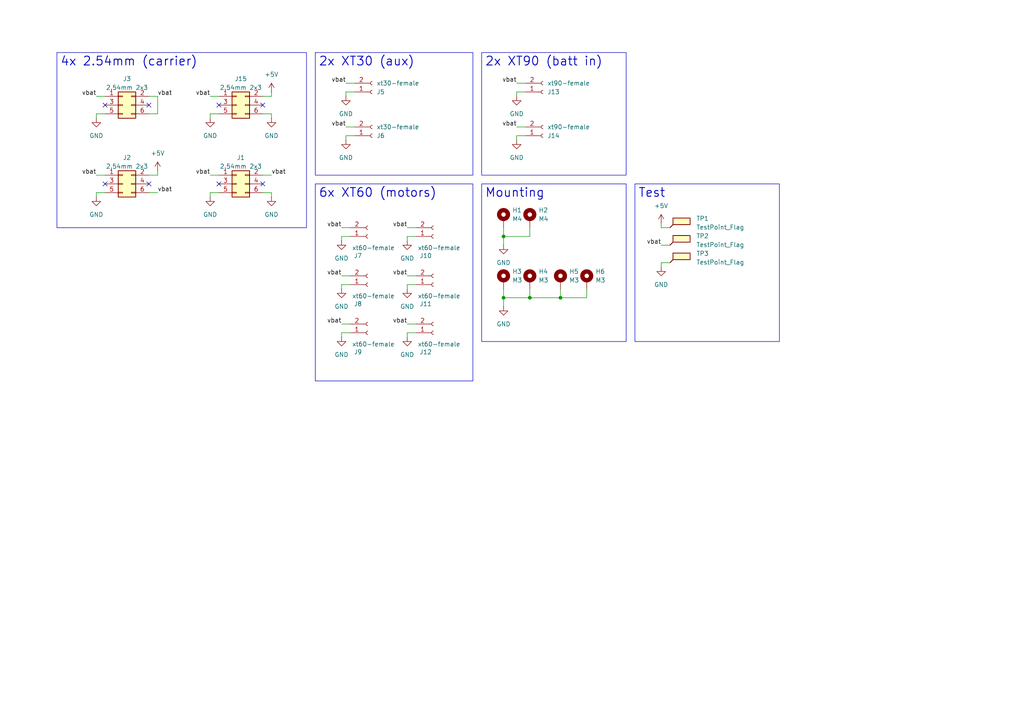
<source format=kicad_sch>
(kicad_sch (version 20250114) (generator "eeschema") (generator_version "9.0")
  (paper "A4")
  (lib_symbols
    (symbol "Connector:Conn_01x02_Socket" (pin_names (offset 1.016) (hide yes))
      (property "Reference" "J" (at 0 2.54 0))
      (property "Value" "Conn_01x02_Socket" (at 0 -5.08 0))
      (symbol "Conn_01x02_Socket_1_1"
        (polyline (pts (xy -1.27 0) (xy -0.508 0)) (stroke (width 0.1524)))
        (polyline (pts (xy -1.27 -2.54) (xy -0.508 -2.54)) (stroke (width 0.1524)))
        (arc (start 0 -0.508) (mid -0.5058 0) (end 0 0.508) (stroke (width 0.1524)))
        (arc (start 0 -3.048) (mid -0.5058 -2.54) (end 0 -2.032) (stroke (width 0.1524)))
        (pin passive line (at -5.08 0 0) (length 3.81) (name "Pin_1") (number "1"))
        (pin passive line (at -5.08 -2.54 0) (length 3.81) (name "Pin_2") (number "2"))
      )
    )
    (symbol "Connector:TestPoint_Flag" (pin_numbers (hide yes)) (pin_names (offset 0.762) (hide yes))
      (property "Reference" "TP" (at 3.429 1.778 0))
      (property "Value" "TestPoint_Flag" (at 3.302 4.191 0))
      (symbol "TestPoint_Flag_0_1"
        (polyline (pts (xy 0 0) (xy 0.889 0.889)) (stroke (width 0.254)))
        (rectangle (start 0.889 2.794) (end 5.842 0.889) (stroke (width 0.254)) (fill (type background)))
      )
      (symbol "TestPoint_Flag_1_1"
        (pin passive line (at 0 0 90) (length 0) (name "1") (number "1"))
      )
    )
    (symbol "Connector_Generic:Conn_02x03_Odd_Even" (pin_names (offset 1.016) (hide yes))
      (property "Reference" "J" (at 1.27 5.08 0))
      (property "Value" "Conn_02x03_Odd_Even" (at 1.27 -5.08 0))
      (symbol "Conn_02x03_Odd_Even_1_1"
        (rectangle (start -1.27 3.81) (end 3.81 -3.81) (stroke (width 0.254)) (fill (type background)))
        (rectangle (start -1.27 2.667) (end 0 2.413) (stroke (width 0.1524)))
        (rectangle (start -1.27 0.127) (end 0 -0.127) (stroke (width 0.1524)))
        (rectangle (start -1.27 -2.413) (end 0 -2.667) (stroke (width 0.1524)))
        (rectangle (start 3.81 2.667) (end 2.54 2.413) (stroke (width 0.1524)))
        (rectangle (start 3.81 0.127) (end 2.54 -0.127) (stroke (width 0.1524)))
        (rectangle (start 3.81 -2.413) (end 2.54 -2.667) (stroke (width 0.1524)))
        (pin passive line (at -5.08 2.54 0) (length 3.81) (name "Pin_1") (number "1"))
        (pin passive line (at -5.08 0 0) (length 3.81) (name "Pin_3") (number "3"))
        (pin passive line (at -5.08 -2.54 0) (length 3.81) (name "Pin_5") (number "5"))
        (pin passive line (at 7.62 2.54 180) (length 3.81) (name "Pin_2") (number "2"))
        (pin passive line (at 7.62 0 180) (length 3.81) (name "Pin_4") (number "4"))
        (pin passive line (at 7.62 -2.54 180) (length 3.81) (name "Pin_6") (number "6"))
      )
    )
    (symbol "Mechanical:MountingHole_Pad" (pin_numbers (hide yes)) (pin_names (offset 1.016) (hide yes)) (in_bom no)
      (property "Reference" "H" (at 0 6.35 0))
      (property "Value" "MountingHole_Pad" (at 0 4.445 0))
      (symbol "MountingHole_Pad_0_1"
        (circle (center 0 1.27) (radius 1.27) (stroke (width 1.27)))
      )
      (symbol "MountingHole_Pad_1_1"
        (pin input line (at 0 -2.54 90) (length 2.54) (name "1") (number "1"))
      )
    )
    (symbol "power:+5V" (power) (pin_numbers (hide yes)) (pin_names (offset 0) (hide yes))
      (property "Value" "+5V" (at 0 3.556 0))
      (symbol "+5V_0_1"
        (polyline (pts (xy -0.762 1.27) (xy 0 2.54)))
        (polyline (pts (xy 0 2.54) (xy 0.762 1.27)))
        (polyline (pts (xy 0 0) (xy 0 2.54)))
      )
      (symbol "+5V_1_1"
        (pin power_in line (at 0 0 90) (length 0) (name "~") (number "1"))
      )
    )
    (symbol "power:GND" (power) (pin_numbers (hide yes)) (pin_names (offset 0) (hide yes))
      (property "Value" "GND" (at 0 -3.81 0))
      (symbol "GND_0_1"
        (polyline (pts (xy 0 0) (xy 0 -1.27) (xy 1.27 -1.27) (xy 0 -2.54) (xy -1.27 -1.27) (xy 0 -1.27)))
      )
      (symbol "GND_1_1"
        (pin power_in line (at 0 0 270) (length 0) (name "~") (number "1"))
      )
    )
  )
  (text_box "Mounting" (at 139.7 53.34 0) (size 41.91 45.72) (margins 0.9525 0.9525 0.9525 0.9525) (effects (font (size 2.54 2.54) (thickness 0.254) (bold yes)) (justify left top)))
  (text_box "2x XT30 (aux)" (at 91.44 15.24 0) (size 45.72 35.56) (margins 0.9525 0.9525 0.9525 0.9525) (effects (font (size 2.54 2.54) (thickness 0.254) (bold yes)) (justify left top)))
  (text_box "4x 2.54mm (carrier)" (at 16.51 15.24 0) (size 72.39 50.8) (margins 0.9525 0.9525 0.9525 0.9525) (effects (font (size 2.54 2.54) (thickness 0.254) (bold yes)) (justify left top)))
  (text_box "6x XT60 (motors)" (at 91.44 53.34 0) (size 45.72 57.15) (margins 0.9525 0.9525 0.9525 0.9525) (effects (font (size 2.54 2.54) (thickness 0.254) (bold yes)) (justify left top)))
  (text_box "2x XT90 (batt in)" (at 139.7 15.24 0) (size 41.91 35.56) (margins 0.9525 0.9525 0.9525 0.9525) (effects (font (size 2.54 2.54) (thickness 0.254) (bold yes)) (justify left top)))
  (text_box "Test" (at 184.15 53.34 0) (size 41.91 45.72) (margins 0.9525 0.9525 0.9525 0.9525) (effects (font (size 2.54 2.54) (thickness 0.254) (bold yes)) (justify left top)))
  (junction (at 146.05 68.58))
  (junction (at 162.56 86.36))
  (junction (at 153.67 86.36))
  (junction (at 146.05 86.36))
  (no_connect (at 63.5 30.48))
  (no_connect (at 30.48 53.34))
  (no_connect (at 43.18 53.34))
  (no_connect (at 43.18 30.48))
  (no_connect (at 30.48 30.48))
  (no_connect (at 63.5 53.34))
  (no_connect (at 76.2 30.48))
  (no_connect (at 76.2 53.34))
  (wire (pts (xy 27.94 55.88) (xy 27.94 57.15)))
  (wire (pts (xy 99.06 66.04) (xy 101.6 66.04)))
  (wire (pts (xy 170.18 86.36) (xy 162.56 86.36)))
  (wire (pts (xy 191.77 76.2) (xy 191.77 77.47)))
  (wire (pts (xy 43.18 55.88) (xy 45.72 55.88)))
  (wire (pts (xy 162.56 83.82) (xy 162.56 86.36)))
  (wire (pts (xy 99.06 93.98) (xy 101.6 93.98)))
  (wire (pts (xy 99.06 80.01) (xy 101.6 80.01)))
  (wire (pts (xy 153.67 83.82) (xy 153.67 86.36)))
  (wire (pts (xy 99.06 82.55) (xy 101.6 82.55)))
  (wire (pts (xy 100.33 39.37) (xy 100.33 40.64)))
  (wire (pts (xy 149.86 39.37) (xy 152.4 39.37)))
  (wire (pts (xy 191.77 71.12) (xy 194.31 71.12)))
  (wire (pts (xy 100.33 36.83) (xy 102.87 36.83)))
  (wire (pts (xy 191.77 66.04) (xy 194.31 66.04)))
  (wire (pts (xy 78.74 55.88) (xy 78.74 57.15)))
  (wire (pts (xy 99.06 68.58) (xy 99.06 69.85)))
  (wire (pts (xy 100.33 26.67) (xy 102.87 26.67)))
  (wire (pts (xy 60.96 55.88) (xy 60.96 57.15)))
  (wire (pts (xy 118.11 66.04) (xy 120.65 66.04)))
  (wire (pts (xy 191.77 64.77) (xy 191.77 66.04)))
  (wire (pts (xy 63.5 55.88) (xy 60.96 55.88)))
  (wire (pts (xy 191.77 76.2) (xy 194.31 76.2)))
  (wire (pts (xy 149.86 24.13) (xy 152.4 24.13)))
  (wire (pts (xy 118.11 96.52) (xy 120.65 96.52)))
  (wire (pts (xy 99.06 82.55) (xy 99.06 83.82)))
  (wire (pts (xy 149.86 36.83) (xy 152.4 36.83)))
  (wire (pts (xy 76.2 55.88) (xy 78.74 55.88)))
  (wire (pts (xy 60.96 50.8) (xy 63.5 50.8)))
  (wire (pts (xy 45.72 49.53) (xy 45.72 50.8)))
  (wire (pts (xy 146.05 66.04) (xy 146.05 68.58)))
  (wire (pts (xy 78.74 33.02) (xy 78.74 34.29)))
  (wire (pts (xy 118.11 68.58) (xy 120.65 68.58)))
  (wire (pts (xy 76.2 33.02) (xy 78.74 33.02)))
  (wire (pts (xy 99.06 96.52) (xy 101.6 96.52)))
  (wire (pts (xy 153.67 68.58) (xy 153.67 66.04)))
  (wire (pts (xy 27.94 27.94) (xy 30.48 27.94)))
  (wire (pts (xy 78.74 26.67) (xy 78.74 27.94)))
  (wire (pts (xy 27.94 33.02) (xy 27.94 34.29)))
  (wire (pts (xy 27.94 50.8) (xy 30.48 50.8)))
  (wire (pts (xy 153.67 86.36) (xy 146.05 86.36)))
  (wire (pts (xy 43.18 27.94) (xy 45.72 27.94)))
  (wire (pts (xy 76.2 50.8) (xy 78.74 50.8)))
  (wire (pts (xy 78.74 27.94) (xy 76.2 27.94)))
  (wire (pts (xy 30.48 55.88) (xy 27.94 55.88)))
  (wire (pts (xy 118.11 96.52) (xy 118.11 97.79)))
  (wire (pts (xy 118.11 68.58) (xy 118.11 69.85)))
  (wire (pts (xy 170.18 83.82) (xy 170.18 86.36)))
  (wire (pts (xy 99.06 96.52) (xy 99.06 97.79)))
  (wire (pts (xy 43.18 50.8) (xy 45.72 50.8)))
  (wire (pts (xy 149.86 26.67) (xy 149.86 27.94)))
  (wire (pts (xy 60.96 33.02) (xy 63.5 33.02)))
  (wire (pts (xy 30.48 33.02) (xy 27.94 33.02)))
  (wire (pts (xy 60.96 27.94) (xy 63.5 27.94)))
  (wire (pts (xy 118.11 82.55) (xy 120.65 82.55)))
  (wire (pts (xy 149.86 39.37) (xy 149.86 40.64)))
  (wire (pts (xy 99.06 68.58) (xy 101.6 68.58)))
  (wire (pts (xy 162.56 86.36) (xy 153.67 86.36)))
  (wire (pts (xy 100.33 24.13) (xy 102.87 24.13)))
  (wire (pts (xy 146.05 68.58) (xy 153.67 68.58)))
  (wire (pts (xy 60.96 33.02) (xy 60.96 34.29)))
  (wire (pts (xy 146.05 83.82) (xy 146.05 86.36)))
  (wire (pts (xy 146.05 86.36) (xy 146.05 88.9)))
  (wire (pts (xy 146.05 68.58) (xy 146.05 71.12)))
  (wire (pts (xy 118.11 93.98) (xy 120.65 93.98)))
  (wire (pts (xy 118.11 82.55) (xy 118.11 83.82)))
  (wire (pts (xy 43.18 33.02) (xy 45.72 33.02)))
  (wire (pts (xy 45.72 27.94) (xy 45.72 33.02)))
  (wire (pts (xy 100.33 26.67) (xy 100.33 27.94)))
  (wire (pts (xy 118.11 80.01) (xy 120.65 80.01)))
  (wire (pts (xy 100.33 39.37) (xy 102.87 39.37)))
  (wire (pts (xy 149.86 26.67) (xy 152.4 26.67)))
  (label "vbat" (at 78.74 50.8 0))
  (label "vbat" (at 99.06 80.01 180))
  (label "vbat" (at 60.96 50.8 180))
  (label "vbat" (at 100.33 36.83 180))
  (label "vbat" (at 100.33 24.13 180))
  (label "vbat" (at 99.06 93.98 180))
  (label "vbat" (at 99.06 66.04 180))
  (label "vbat" (at 191.77 71.12 180))
  (label "vbat" (at 149.86 24.13 180))
  (label "vbat" (at 118.11 66.04 180))
  (label "vbat" (at 45.72 55.88 0))
  (label "vbat" (at 60.96 27.94 180))
  (label "vbat" (at 27.94 50.8 180))
  (label "vbat" (at 118.11 93.98 180))
  (label "vbat" (at 118.11 80.01 180))
  (label "vbat" (at 45.72 27.94 0))
  (label "vbat" (at 27.94 27.94 180))
  (label "vbat" (at 149.86 36.83 180))
  (symbol (lib_id "Connector:Conn_01x02_Socket") (at 107.95 26.67 0) (mirror x) (unit 1)
    (property "Reference" "J5" (at 109.22 26.6701 0) (effects (justify left)))
    (property "Value" "xt30-female" (at 109.22 24.1301 0) (effects (justify left)))
    (property "Footprint" "Connector_AMASS:AMASS_XT30PW-F_1x02_P2.50mm_Horizontal" (effects (hide yes)))
    (property "Description" "https://www.lcsc.com/product-detail/C2913282.html" (effects (hide yes)))
  )
  (symbol (lib_id "Connector_Generic:Conn_02x03_Odd_Even") (at 68.58 30.48 0) (unit 1)
    (property "Reference" "J15" (at 69.85 22.86 0))
    (property "Value" "2.54mm 2x3" (at 69.85 25.4 0))
    (property "Footprint" "Connector_PinHeader_2.54mm:PinHeader_2x03_P2.54mm_Vertical" (effects (hide yes)))
    (property "Description" "Generic connector, double row, 02x03, odd/even pin numbering scheme (row 1 odd numbers, row 2 even numbers), script generated (kicad-library-utils/schlib/autogen/connector/)" (effects (hide yes)))
  )
  (symbol (lib_id "power:GND") (at 191.77 77.47 0) (unit 1)
    (property "Reference" "#PWR01" (effects (hide yes)))
    (property "Value" "GND" (at 191.77 82.55 0))
    (property "Description" "Power symbol creates a global label with name \"GND\" , ground" (effects (hide yes)))
  )
  (symbol (lib_id "Connector_Generic:Conn_02x03_Odd_Even") (at 68.58 53.34 0) (unit 1)
    (property "Reference" "J1" (at 69.85 45.72 0))
    (property "Value" "2.54mm 2x3" (at 69.85 48.26 0))
    (property "Footprint" "Connector_PinHeader_2.54mm:PinHeader_2x03_P2.54mm_Vertical" (effects (hide yes)))
    (property "Description" "Generic connector, double row, 02x03, odd/even pin numbering scheme (row 1 odd numbers, row 2 even numbers), script generated (kicad-library-utils/schlib/autogen/connector/)" (effects (hide yes)))
  )
  (symbol (lib_id "power:GND") (at 78.74 34.29 0) (unit 1)
    (property "Reference" "#PWR05" (effects (hide yes)))
    (property "Value" "GND" (at 78.74 39.37 0))
    (property "Description" "Power symbol creates a global label with name \"GND\" , ground" (effects (hide yes)))
  )
  (symbol (lib_id "Connector_Generic:Conn_02x03_Odd_Even") (at 35.56 30.48 0) (unit 1)
    (property "Reference" "J3" (at 36.83 22.86 0))
    (property "Value" "2.54mm 2x3" (at 36.83 25.4 0))
    (property "Footprint" "Connector_PinHeader_2.54mm:PinHeader_2x03_P2.54mm_Vertical" (effects (hide yes)))
    (property "Description" "Generic connector, double row, 02x03, odd/even pin numbering scheme (row 1 odd numbers, row 2 even numbers), script generated (kicad-library-utils/schlib/autogen/connector/)" (effects (hide yes)))
  )
  (symbol (lib_id "power:GND") (at 146.05 88.9 0) (unit 1)
    (property "Reference" "#PWR018" (effects (hide yes)))
    (property "Value" "GND" (at 146.05 93.98 0))
    (property "Description" "Power symbol creates a global label with name \"GND\" , ground" (effects (hide yes)))
  )
  (symbol (lib_id "power:GND") (at 60.96 57.15 0) (unit 1)
    (property "Reference" "#PWR06" (effects (hide yes)))
    (property "Value" "GND" (at 60.96 62.23 0))
    (property "Description" "Power symbol creates a global label with name \"GND\" , ground" (effects (hide yes)))
  )
  (symbol (lib_id "Connector:Conn_01x02_Socket") (at 107.95 39.37 0) (mirror x) (unit 1)
    (property "Reference" "J6" (at 109.22 39.3701 0) (effects (justify left)))
    (property "Value" "xt30-female" (at 109.22 36.8301 0) (effects (justify left)))
    (property "Footprint" "Connector_AMASS:AMASS_XT30PW-F_1x02_P2.50mm_Horizontal" (effects (hide yes)))
    (property "Description" "https://www.lcsc.com/product-detail/C2913282.html" (effects (hide yes)))
  )
  (symbol (lib_id "power:GND") (at 118.11 97.79 0) (unit 1)
    (property "Reference" "#PWR014" (effects (hide yes)))
    (property "Value" "GND" (at 118.11 102.87 0))
    (property "Description" "Power symbol creates a global label with name \"GND\" , ground" (effects (hide yes)))
  )
  (symbol (lib_id "power:+5V") (at 78.74 26.67 0) (unit 1)
    (property "Reference" "#PWR03" (effects (hide yes)))
    (property "Value" "+5V" (at 78.74 21.59 0))
    (property "Description" "Power symbol creates a global label with name \"+5V\"" (effects (hide yes)))
  )
  (symbol (lib_id "power:GND") (at 146.05 71.12 0) (unit 1)
    (property "Reference" "#PWR017" (effects (hide yes)))
    (property "Value" "GND" (at 146.05 76.2 0))
    (property "Description" "Power symbol creates a global label with name \"GND\" , ground" (effects (hide yes)))
  )
  (symbol (lib_id "Connector:Conn_01x02_Socket") (at 106.68 68.58 0) (mirror x) (unit 1)
    (property "Reference" "J7" (at 102.616 74.168 0) (effects (justify left)))
    (property "Value" "xt60-female" (at 102.108 71.882 0) (effects (justify left)))
    (property "Footprint" "Connector_AMASS:AMASS_XT60PW-F_1x02_P7.20mm_Horizontal" (effects (hide yes)))
    (property "Description" "https://www.lcsc.com/product-detail/C428722.html" (effects (hide yes)))
  )
  (symbol (lib_id "Connector:Conn_01x02_Socket") (at 125.73 68.58 0) (mirror x) (unit 1)
    (property "Reference" "J10" (at 121.666 74.168 0) (effects (justify left)))
    (property "Value" "xt60-female" (at 121.158 71.882 0) (effects (justify left)))
    (property "Footprint" "Connector_AMASS:AMASS_XT60PW-F_1x02_P7.20mm_Horizontal" (effects (hide yes)))
    (property "Description" "https://www.lcsc.com/product-detail/C428722.html" (effects (hide yes)))
  )
  (symbol (lib_id "Connector:TestPoint_Flag") (at 194.31 71.12 0) (unit 1)
    (property "Reference" "TP2" (at 201.93 68.4529 0) (effects (justify left)))
    (property "Value" "TestPoint_Flag" (at 201.93 70.9929 0) (effects (justify left)))
    (property "Footprint" "TestPoint:TestPoint_Keystone_5010-5014_Multipurpose" (effects (hide yes)))
    (property "Description" "test point (alternative flag-style design)" (effects (hide yes)))
  )
  (symbol (lib_id "power:GND") (at 27.94 57.15 0) (unit 1)
    (property "Reference" "#PWR021" (effects (hide yes)))
    (property "Value" "GND" (at 27.94 62.23 0))
    (property "Description" "Power symbol creates a global label with name \"GND\" , ground" (effects (hide yes)))
  )
  (symbol (lib_id "power:GND") (at 100.33 40.64 0) (unit 1)
    (property "Reference" "#PWR08" (effects (hide yes)))
    (property "Value" "GND" (at 100.33 45.72 0))
    (property "Description" "Power symbol creates a global label with name \"GND\" , ground" (effects (hide yes)))
  )
  (symbol (lib_id "Connector:Conn_01x02_Socket") (at 106.68 96.52 0) (mirror x) (unit 1)
    (property "Reference" "J9" (at 102.616 102.108 0) (effects (justify left)))
    (property "Value" "xt60-female" (at 102.108 99.822 0) (effects (justify left)))
    (property "Footprint" "Connector_AMASS:AMASS_XT60PW-F_1x02_P7.20mm_Horizontal" (effects (hide yes)))
    (property "Description" "https://www.lcsc.com/product-detail/C428722.html" (effects (hide yes)))
  )
  (symbol (lib_id "power:+5V") (at 45.72 49.53 0) (unit 1)
    (property "Reference" "#PWR020" (effects (hide yes)))
    (property "Value" "+5V" (at 45.72 44.45 0))
    (property "Description" "Power symbol creates a global label with name \"+5V\"" (effects (hide yes)))
  )
  (symbol (lib_id "power:GND") (at 78.74 57.15 0) (unit 1)
    (property "Reference" "#PWR019" (effects (hide yes)))
    (property "Value" "GND" (at 78.74 62.23 0))
    (property "Description" "Power symbol creates a global label with name \"GND\" , ground" (effects (hide yes)))
  )
  (symbol (lib_id "Mechanical:MountingHole_Pad") (at 146.05 81.28 0) (unit 1) (in_bom no)
    (property "Reference" "H3" (at 148.59 78.7399 0) (effects (justify left)))
    (property "Value" "M3" (at 148.59 81.2799 0) (effects (justify left)))
    (property "Footprint" "MountingHole:MountingHole_3.2mm_M3_DIN965_Pad" (effects (hide yes)))
    (property "Description" "Mounting Hole with connection" (effects (hide yes)))
  )
  (symbol (lib_id "power:GND") (at 149.86 40.64 0) (unit 1)
    (property "Reference" "#PWR016" (effects (hide yes)))
    (property "Value" "GND" (at 149.86 45.72 0))
    (property "Description" "Power symbol creates a global label with name \"GND\" , ground" (effects (hide yes)))
  )
  (symbol (lib_id "Connector:Conn_01x02_Socket") (at 106.68 82.55 0) (mirror x) (unit 1)
    (property "Reference" "J8" (at 102.616 88.138 0) (effects (justify left)))
    (property "Value" "xt60-female" (at 102.108 85.852 0) (effects (justify left)))
    (property "Footprint" "Connector_AMASS:AMASS_XT60PW-F_1x02_P7.20mm_Horizontal" (effects (hide yes)))
    (property "Description" "https://www.lcsc.com/product-detail/C428722.html" (effects (hide yes)))
  )
  (symbol (lib_id "Mechanical:MountingHole_Pad") (at 170.18 81.28 0) (unit 1) (in_bom no)
    (property "Reference" "H6" (at 172.72 78.7399 0) (effects (justify left)))
    (property "Value" "M3" (at 172.72 81.2799 0) (effects (justify left)))
    (property "Footprint" "MountingHole:MountingHole_3.2mm_M3_DIN965_Pad" (effects (hide yes)))
    (property "Description" "Mounting Hole with connection" (effects (hide yes)))
  )
  (symbol (lib_id "power:GND") (at 99.06 69.85 0) (unit 1)
    (property "Reference" "#PWR09" (effects (hide yes)))
    (property "Value" "GND" (at 99.06 74.93 0))
    (property "Description" "Power symbol creates a global label with name \"GND\" , ground" (effects (hide yes)))
  )
  (symbol (lib_id "power:GND") (at 60.96 34.29 0) (unit 1)
    (property "Reference" "#PWR04" (effects (hide yes)))
    (property "Value" "GND" (at 60.96 39.37 0))
    (property "Description" "Power symbol creates a global label with name \"GND\" , ground" (effects (hide yes)))
  )
  (symbol (lib_id "power:GND") (at 100.33 27.94 0) (unit 1)
    (property "Reference" "#PWR07" (effects (hide yes)))
    (property "Value" "GND" (at 100.33 33.02 0))
    (property "Description" "Power symbol creates a global label with name \"GND\" , ground" (effects (hide yes)))
  )
  (symbol (lib_id "Mechanical:MountingHole_Pad") (at 153.67 81.28 0) (unit 1) (in_bom no)
    (property "Reference" "H4" (at 156.21 78.7399 0) (effects (justify left)))
    (property "Value" "M3" (at 156.21 81.2799 0) (effects (justify left)))
    (property "Footprint" "MountingHole:MountingHole_3.2mm_M3_DIN965_Pad" (effects (hide yes)))
    (property "Description" "Mounting Hole with connection" (effects (hide yes)))
  )
  (symbol (lib_id "Connector:TestPoint_Flag") (at 194.31 66.04 0) (unit 1)
    (property "Reference" "TP1" (at 201.93 63.3729 0) (effects (justify left)))
    (property "Value" "TestPoint_Flag" (at 201.93 65.9129 0) (effects (justify left)))
    (property "Footprint" "TestPoint:TestPoint_Keystone_5010-5014_Multipurpose" (effects (hide yes)))
    (property "Description" "test point (alternative flag-style design)" (effects (hide yes)))
  )
  (symbol (lib_id "Mechanical:MountingHole_Pad") (at 162.56 81.28 0) (unit 1) (in_bom no)
    (property "Reference" "H5" (at 165.1 78.7399 0) (effects (justify left)))
    (property "Value" "M3" (at 165.1 81.2799 0) (effects (justify left)))
    (property "Footprint" "MountingHole:MountingHole_3.2mm_M3_DIN965_Pad" (effects (hide yes)))
    (property "Description" "Mounting Hole with connection" (effects (hide yes)))
  )
  (symbol (lib_id "power:GND") (at 99.06 97.79 0) (unit 1)
    (property "Reference" "#PWR011" (effects (hide yes)))
    (property "Value" "GND" (at 99.06 102.87 0))
    (property "Description" "Power symbol creates a global label with name \"GND\" , ground" (effects (hide yes)))
  )
  (symbol (lib_id "power:GND") (at 27.94 34.29 0) (unit 1)
    (property "Reference" "#PWR022" (effects (hide yes)))
    (property "Value" "GND" (at 27.94 39.37 0))
    (property "Description" "Power symbol creates a global label with name \"GND\" , ground" (effects (hide yes)))
  )
  (symbol (lib_id "power:GND") (at 118.11 83.82 0) (unit 1)
    (property "Reference" "#PWR013" (effects (hide yes)))
    (property "Value" "GND" (at 118.11 88.9 0))
    (property "Description" "Power symbol creates a global label with name \"GND\" , ground" (effects (hide yes)))
  )
  (symbol (lib_id "power:GND") (at 118.11 69.85 0) (unit 1)
    (property "Reference" "#PWR012" (effects (hide yes)))
    (property "Value" "GND" (at 118.11 74.93 0))
    (property "Description" "Power symbol creates a global label with name \"GND\" , ground" (effects (hide yes)))
  )
  (symbol (lib_id "Connector:Conn_01x02_Socket") (at 157.48 26.67 0) (mirror x) (unit 1)
    (property "Reference" "J13" (at 158.75 26.6701 0) (effects (justify left)))
    (property "Value" "xt90-female" (at 158.75 24.1301 0) (effects (justify left)))
    (property "Footprint" "Connector_AMASS:AMASS_XT90PW-M_1x02_P10.90mm_Horizontal" (effects (hide yes)))
    (property "Description" "https://www.lcsc.com/product-detail/C3040690.html" (effects (hide yes)))
  )
  (symbol (lib_id "Mechanical:MountingHole_Pad") (at 153.67 63.5 0) (unit 1) (in_bom no)
    (property "Reference" "H2" (at 156.21 60.9599 0) (effects (justify left)))
    (property "Value" "M4" (at 156.21 63.4999 0) (effects (justify left)))
    (property "Footprint" "TestPoint:TestPoint_Plated_Hole_D4.0mm" (effects (hide yes)))
    (property "Description" "Mounting Hole with connection" (effects (hide yes)))
  )
  (symbol (lib_id "Connector:Conn_01x02_Socket") (at 125.73 82.55 0) (mirror x) (unit 1)
    (property "Reference" "J11" (at 121.666 88.138 0) (effects (justify left)))
    (property "Value" "xt60-female" (at 121.158 85.852 0) (effects (justify left)))
    (property "Footprint" "Connector_AMASS:AMASS_XT60PW-F_1x02_P7.20mm_Horizontal" (effects (hide yes)))
    (property "Description" "https://www.lcsc.com/product-detail/C428722.html" (effects (hide yes)))
  )
  (symbol (lib_id "Mechanical:MountingHole_Pad") (at 146.05 63.5 0) (unit 1) (in_bom no)
    (property "Reference" "H1" (at 148.59 60.9599 0) (effects (justify left)))
    (property "Value" "M4" (at 148.59 63.4999 0) (effects (justify left)))
    (property "Footprint" "TestPoint:TestPoint_Plated_Hole_D4.0mm" (effects (hide yes)))
    (property "Description" "Mounting Hole with connection" (effects (hide yes)))
  )
  (symbol (lib_id "Connector:Conn_01x02_Socket") (at 125.73 96.52 0) (mirror x) (unit 1)
    (property "Reference" "J12" (at 121.666 102.108 0) (effects (justify left)))
    (property "Value" "xt60-female" (at 121.158 99.822 0) (effects (justify left)))
    (property "Footprint" "Connector_AMASS:AMASS_XT60PW-F_1x02_P7.20mm_Horizontal" (effects (hide yes)))
    (property "Description" "https://www.lcsc.com/product-detail/C428722.html" (effects (hide yes)))
  )
  (symbol (lib_id "Connector:TestPoint_Flag") (at 194.31 76.2 0) (unit 1)
    (property "Reference" "TP3" (at 201.93 73.5329 0) (effects (justify left)))
    (property "Value" "TestPoint_Flag" (at 201.93 76.0729 0) (effects (justify left)))
    (property "Footprint" "TestPoint:TestPoint_Keystone_5010-5014_Multipurpose" (effects (hide yes)))
    (property "Description" "test point (alternative flag-style design)" (effects (hide yes)))
  )
  (symbol (lib_id "power:+5V") (at 191.77 64.77 0) (unit 1)
    (property "Reference" "#PWR02" (effects (hide yes)))
    (property "Value" "+5V" (at 191.77 59.69 0))
    (property "Description" "Power symbol creates a global label with name \"+5V\"" (effects (hide yes)))
  )
  (symbol (lib_id "power:GND") (at 99.06 83.82 0) (unit 1)
    (property "Reference" "#PWR010" (effects (hide yes)))
    (property "Value" "GND" (at 99.06 88.9 0))
    (property "Description" "Power symbol creates a global label with name \"GND\" , ground" (effects (hide yes)))
  )
  (symbol (lib_id "Connector:Conn_01x02_Socket") (at 157.48 39.37 0) (mirror x) (unit 1)
    (property "Reference" "J14" (at 158.75 39.3701 0) (effects (justify left)))
    (property "Value" "xt90-female" (at 158.75 36.8301 0) (effects (justify left)))
    (property "Footprint" "Connector_AMASS:AMASS_XT90PW-M_1x02_P10.90mm_Horizontal" (effects (hide yes)))
    (property "Description" "https://www.lcsc.com/product-detail/C3040690.html" (effects (hide yes)))
  )
  (symbol (lib_id "Connector_Generic:Conn_02x03_Odd_Even") (at 35.56 53.34 0) (unit 1)
    (property "Reference" "J2" (at 36.83 45.72 0))
    (property "Value" "2.54mm 2x3" (at 36.83 48.26 0))
    (property "Footprint" "Connector_PinHeader_2.54mm:PinHeader_2x03_P2.54mm_Vertical" (effects (hide yes)))
    (property "Description" "Generic connector, double row, 02x03, odd/even pin numbering scheme (row 1 odd numbers, row 2 even numbers), script generated (kicad-library-utils/schlib/autogen/connector/)" (effects (hide yes)))
  )
  (symbol (lib_id "power:GND") (at 149.86 27.94 0) (unit 1)
    (property "Reference" "#PWR015" (effects (hide yes)))
    (property "Value" "GND" (at 149.86 33.02 0))
    (property "Description" "Power symbol creates a global label with name \"GND\" , ground" (effects (hide yes)))
  )
)
</source>
